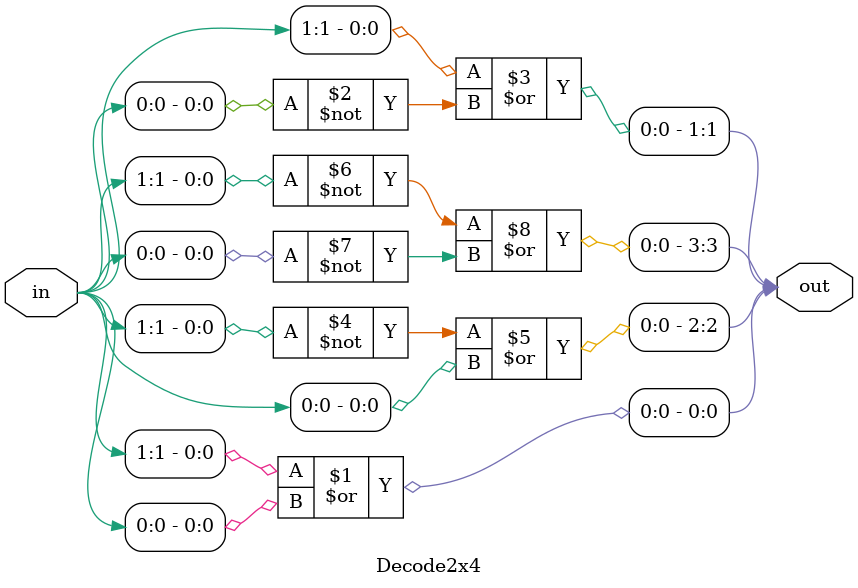
<source format=v>
`timescale 1ns / 1ps

module Decode2x4(
      input [1:0] in,
      output[3:0] out
    );

    or r0(out[0], in[1], in[0]);
    or r1(out[1], in[1], ~in[0]);
    or r2(out[2], ~in[1], in[0]);
    or r3(out[3], ~in[1], ~in[0]);

endmodule

</source>
